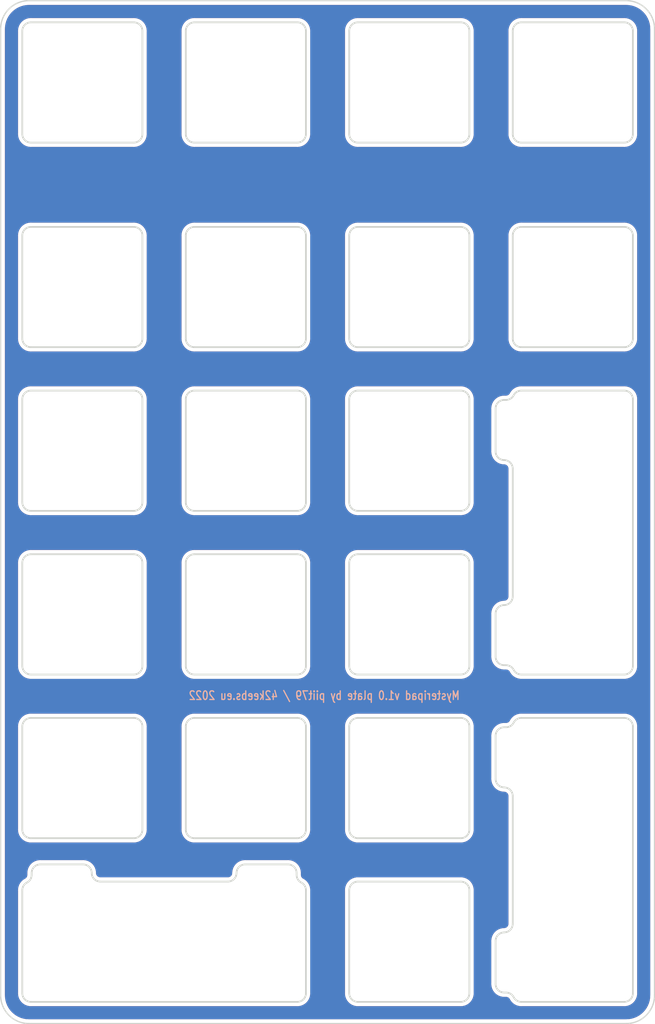
<source format=kicad_pcb>
(kicad_pcb (version 20211014) (generator pcbnew)
  (layers (0 "F.Cu" signal) (31 "B.Cu" signal) (34 "B.Paste" user) (35 "F.Paste" user) (36 "B.SilkS" user "B.Silkscreen") (37 "F.SilkS" user "F.Silkscreen") (38 "B.Mask" user) (39 "F.Mask" user) (44 "Edge.Cuts" user))
  (net 0 "")
  (gr_line (start 124.623507 69.33651) (end 124.623507 57.336504) (layer "Edge.Cuts") (width 0.2))
  (gr_line (start 128.895548 107.350003) (end 128.674993 107.350024) (layer "Edge.Cuts") (width 0.2))
  (gr_line (start 127.674992 115.574007) (end 127.674992 120.57401) (layer "Edge.Cuts") (width 0.2))
  (gr_arc (start 129.785277 75.930503) (mid 129.41684 76.327361) (end 128.895554 76.474003) (layer "Edge.Cuts") (width 0.2))
  (gr_line (start 92.5735 89.386511) (end 104.573506 89.386511) (layer "Edge.Cuts") (width 0.2))
  (gr_arc (start 104.573506 56.336503) (mid 105.280615 56.629395) (end 105.573507 57.336504) (layer "Edge.Cuts") (width 0.2))
  (gr_arc (start 129.6736 33.524797) (mid 129.966495 32.817692) (end 130.673601 32.524796) (layer "Edge.Cuts") (width 0.2))
  (gr_arc (start 73.611979 131.536796) (mid 73.904874 130.829686) (end 74.61198 130.536795) (layer "Edge.Cuts") (width 0.2))
  (gr_arc (start 124.623507 88.38651) (mid 124.330613 89.093617) (end 123.623506 89.386511) (layer "Edge.Cuts") (width 0.2))
  (gr_arc (start 91.573499 76.386504) (mid 91.866394 75.679398) (end 92.5735 75.386503) (layer "Edge.Cuts") (width 0.2))
  (gr_line (start 72.523499 76.386504) (end 72.523499 88.38651) (layer "Edge.Cuts") (width 0.2))
  (gr_line (start 91.573499 57.336504) (end 91.573499 69.33651) (layer "Edge.Cuts") (width 0.2))
  (gr_arc (start 86.523608 45.524803) (mid 86.230714 46.23191) (end 85.523607 46.524804) (layer "Edge.Cuts") (width 0.2))
  (gr_line (start 105.575 145.536803) (end 105.575 133.536803) (layer "Edge.Cuts") (width 0.2))
  (gr_arc (start 129.673499 57.336504) (mid 129.966394 56.629398) (end 130.6735 56.336503) (layer "Edge.Cuts") (width 0.2))
  (gr_line (start 111.6235 146.536511) (end 123.623506 146.536511) (layer "Edge.Cuts") (width 0.2))
  (gr_line (start 130.674994 146.537003) (end 142.675 146.537003) (layer "Edge.Cuts") (width 0.2))
  (gr_arc (start 104.573506 113.486503) (mid 105.280615 113.779395) (end 105.573507 114.486504) (layer "Edge.Cuts") (width 0.2))
  (gr_arc (start 81.611984 132.536797) (mid 80.90486 132.243927) (end 80.611983 131.536796) (layer "Edge.Cuts") (width 0.2))
  (gr_arc (start 111.623601 46.524804) (mid 110.916492 46.231911) (end 110.6236 45.524803) (layer "Edge.Cuts") (width 0.2))
  (gr_arc (start 124.623507 126.48651) (mid 124.330613 127.193617) (end 123.623506 127.486511) (layer "Edge.Cuts") (width 0.2))
  (gr_line (start 111.623601 46.524804) (end 123.623607 46.524804) (layer "Edge.Cuts") (width 0.2))
  (gr_arc (start 123.623607 32.524796) (mid 124.330711 32.817692) (end 124.623608 33.524797) (layer "Edge.Cuts") (width 0.2))
  (gr_arc (start 130.674994 108.437003) (mid 130.153681 108.290407) (end 129.785271 107.893503) (layer "Edge.Cuts") (width 0.2))
  (gr_arc (start 127.674993 77.474007) (mid 127.96787 76.766884) (end 128.674993 76.474007) (layer "Edge.Cuts") (width 0.2))
  (gr_arc (start 105.0315 132.64708) (mid 105.428375 133.015507) (end 105.575 133.536803) (layer "Edge.Cuts") (width 0.2))
  (gr_arc (start 123.623506 75.386503) (mid 124.330615 75.679395) (end 124.623507 76.386504) (layer "Edge.Cuts") (width 0.2))
  (gr_line (start 124.623507 107.43651) (end 124.623507 95.436504) (layer "Edge.Cuts") (width 0.2))
  (gr_arc (start 91.573499 57.336504) (mid 91.866394 56.629398) (end 92.5735 56.336503) (layer "Edge.Cuts") (width 0.2))
  (gr_arc (start 105.573507 107.43651) (mid 105.280613 108.143617) (end 104.573506 108.436511) (layer "Edge.Cuts") (width 0.2))
  (gr_line (start 124.623507 88.38651) (end 124.623507 76.386504) (layer "Edge.Cuts") (width 0.2))
  (gr_arc (start 105.573608 45.524803) (mid 105.280714 46.231911) (end 104.573607 46.524804) (layer "Edge.Cuts") (width 0.2))
  (gr_arc (start 105.0315 132.64708) (mid 104.634642 132.278643) (end 104.488 131.757357) (layer "Edge.Cuts") (width 0.2))
  (gr_arc (start 85.523506 56.336503) (mid 86.230615 56.629395) (end 86.523507 57.336504) (layer "Edge.Cuts") (width 0.2))
  (gr_arc (start 91.5736 33.524797) (mid 91.866495 32.817691) (end 92.573601 32.524796) (layer "Edge.Cuts") (width 0.2))
  (gr_arc (start 85.523607 32.524796) (mid 86.230716 32.817688) (end 86.523608 33.524797) (layer "Edge.Cuts") (width 0.2))
  (gr_line (start 111.6235 108.436511) (end 123.623506 108.436511) (layer "Edge.Cuts") (width 0.2))
  (gr_line (start 79.611983 130.536795) (end 74.61198 130.536795) (layer "Edge.Cuts") (width 0.2))
  (gr_line (start 96.487992 132.536796) (end 81.611984 132.536796) (layer "Edge.Cuts") (width 0.2))
  (gr_line (start 127.674992 139.45002) (end 127.674992 144.450023) (layer "Edge.Cuts") (width 0.2))
  (gr_arc (start 127.674993 101.35002) (mid 127.967906 100.642932) (end 128.674993 100.35002) (layer "Edge.Cuts") (width 0.2))
  (gr_line (start 72.523499 57.336504) (end 72.523499 69.33651) (layer "Edge.Cuts") (width 0.2))
  (gr_arc (start 143.675001 107.437002) (mid 143.38211 108.144115) (end 142.675 108.437003) (layer "Edge.Cuts") (width 0.2))
  (gr_line (start 72.523499 95.436504) (end 72.523499 107.43651) (layer "Edge.Cuts") (width 0.2))
  (gr_line (start 123.623607 32.524796) (end 111.623601 32.524796) (layer "Edge.Cuts") (width 0.2))
  (gr_line (start 104.488 131.757357) (end 104.487996 131.536796) (layer "Edge.Cuts") (width 0.2))
  (gr_arc (start 124.623507 145.53651) (mid 124.330613 146.243617) (end 123.623506 146.536511) (layer "Edge.Cuts") (width 0.2))
  (gr_line (start 110.623499 76.386504) (end 110.623499 88.38651) (layer "Edge.Cuts") (width 0.2))
  (gr_line (start 142.675 75.387003) (end 130.675 75.387003) (layer "Edge.Cuts") (width 0.2))
  (gr_arc (start 123.623506 94.436503) (mid 124.330615 94.729395) (end 124.623507 95.436504) (layer "Edge.Cuts") (width 0.2))
  (gr_line (start 110.623499 133.536504) (end 110.623499 145.53651) (layer "Edge.Cuts") (width 0.2))
  (gr_arc (start 72.523499 57.336504) (mid 72.816394 56.629398) (end 73.5235 56.336503) (layer "Edge.Cuts") (width 0.2))
  (gr_arc (start 111.6235 89.386511) (mid 110.916396 89.093614) (end 110.623499 88.38651) (layer "Edge.Cuts") (width 0.2))
  (gr_arc (start 123.623506 132.536503) (mid 124.330615 132.829395) (end 124.623507 133.536504) (layer "Edge.Cuts") (width 0.2))
  (gr_arc (start 73.3 149.06144) (mid 70.966533 148.094895) (end 70 145.76144) (layer "Edge.Cuts") (width 0.15))
  (gr_line (start 104.573607 32.524796) (end 92.573601 32.524796) (layer "Edge.Cuts") (width 0.2))
  (gr_arc (start 73.612 131.757351) (mid 73.465395 132.278667) (end 73.0685 132.647074) (layer "Edge.Cuts") (width 0.2))
  (gr_line (start 110.623499 95.436504) (end 110.623499 107.43651) (layer "Edge.Cuts") (width 0.2))
  (gr_arc (start 105.575 145.536803) (mid 105.28208 146.243883) (end 104.575 146.536803) (layer "Edge.Cuts") (width 0.2))
  (gr_line (start 124.623507 126.48651) (end 124.623507 114.486504) (layer "Edge.Cuts") (width 0.2))
  (gr_line (start 91.573499 76.386504) (end 91.573499 88.38651) (layer "Edge.Cuts") (width 0.2))
  (gr_line (start 128.895554 114.574003) (end 128.674993 114.574007) (layer "Edge.Cuts") (width 0.2))
  (gr_arc (start 123.623506 113.486503) (mid 124.330615 113.779395) (end 124.623507 114.486504) (layer "Edge.Cuts") (width 0.2))
  (gr_arc (start 127.674993 115.574007) (mid 127.96787 114.866884) (end 128.674993 114.574007) (layer "Edge.Cuts") (width 0.2))
  (gr_line (start 128.895548 145.450003) (end 128.674993 145.450024) (layer "Edge.Cuts") (width 0.2))
  (gr_arc (start 105.573507 88.38651) (mid 105.280613 89.093617) (end 104.573506 89.386511) (layer "Edge.Cuts") (width 0.2))
  (gr_arc (start 128.674993 107.350024) (mid 127.967887 107.05713) (end 127.674992 106.350023) (layer "Edge.Cuts") (width 0.2))
  (gr_line (start 111.6235 89.386511) (end 123.623506 89.386511) (layer "Edge.Cuts") (width 0.2))
  (gr_arc (start 105.573507 69.33651) (mid 105.280613 70.043617) (end 104.573506 70.336511) (layer "Edge.Cuts") (width 0.2))
  (gr_arc (start 128.895548 107.350003) (mid 129.416858 107.496605) (end 129.785271 107.893503) (layer "Edge.Cuts") (width 0.2))
  (gr_arc (start 97.487992 131.536796) (mid 97.780858 130.829661) (end 98.487993 130.536795) (layer "Edge.Cuts") (width 0.2))
  (gr_line (start 142.673607 32.524796) (end 130.673601 32.524796) (layer "Edge.Cuts") (width 0.2))
  (gr_line (start 92.5735 70.336511) (end 104.573506 70.336511) (layer "Edge.Cuts") (width 0.2))
  (gr_arc (start 104.573506 94.436503) (mid 105.280615 94.729395) (end 105.573507 95.436504) (layer "Edge.Cuts") (width 0.2))
  (gr_arc (start 129.785277 114.030503) (mid 129.41684 114.427361) (end 128.895554 114.574003) (layer "Edge.Cuts") (width 0.2))
  (gr_line (start 73.3 149.06144) (end 142.9 149.061) (layer "Edge.Cuts") (width 0.15))
  (gr_arc (start 103.487996 130.536796) (mid 104.195119 130.829673) (end 104.487996 131.536796) (layer "Edge.Cuts") (width 0.2))
  (gr_arc (start 72.523499 76.386504) (mid 72.816394 75.679398) (end 73.5235 75.386503) (layer "Edge.Cuts") (width 0.2))
  (gr_arc (start 128.674993 83.474011) (mid 129.382072 83.766932) (end 129.674993 84.474011) (layer "Edge.Cuts") (width 0.2))
  (gr_arc (start 85.523506 75.386503) (mid 86.230615 75.679395) (end 86.523507 76.386504) (layer "Edge.Cuts") (width 0.2))
  (gr_arc (start 110.623499 133.536504) (mid 110.916394 132.829398) (end 111.6235 132.536503) (layer "Edge.Cuts") (width 0.2))
  (gr_line (start 129.674993 122.574011) (end 129.674993 137.450019) (layer "Edge.Cuts") (width 0.2))
  (gr_arc (start 128.674993 121.574011) (mid 129.382072 121.866932) (end 129.674993 122.574011) (layer "Edge.Cuts") (width 0.2))
  (gr_arc (start 127.674993 139.45002) (mid 127.967906 138.742933) (end 128.674993 138.45002) (layer "Edge.Cuts") (width 0.2))
  (gr_line (start 86.523507 88.38651) (end 86.523507 76.386504) (layer "Edge.Cuts") (width 0.2))
  (gr_line (start 129.674993 84.474011) (end 129.674993 99.350019) (layer "Edge.Cuts") (width 0.2))
  (gr_line (start 146.199942 33.3) (end 146.2 145.761) (layer "Edge.Cuts") (width 0.15))
  (gr_arc (start 85.523506 113.486503) (mid 86.230615 113.779395) (end 86.523507 114.486504) (layer "Edge.Cuts") (width 0.2))
  (gr_arc (start 129.674994 99.350019) (mid 129.38212 100.057146) (end 128.674993 100.35002) (layer "Edge.Cuts") (width 0.2))
  (gr_arc (start 130.6735 70.336511) (mid 129.966396 70.043614) (end 129.673499 69.33651) (layer "Edge.Cuts") (width 0.2))
  (gr_line (start 105.573608 45.524803) (end 105.573608 33.524797) (layer "Edge.Cuts") (width 0.2))
  (gr_line (start 91.573499 114.486504) (end 91.573499 126.48651) (layer "Edge.Cuts") (width 0.2))
  (gr_line (start 73.5235 70.336511) (end 85.523506 70.336511) (layer "Edge.Cuts") (width 0.2))
  (gr_arc (start 86.523507 69.33651) (mid 86.230613 70.043617) (end 85.523506 70.336511) (layer "Edge.Cuts") (width 0.2))
  (gr_line (start 129.673499 57.336504) (end 129.673499 69.33651) (layer "Edge.Cuts") (width 0.2))
  (gr_line (start 72.5236 33.524797) (end 72.5236 45.524803) (layer "Edge.Cuts") (width 0.2))
  (gr_line (start 127.674992 101.35002) (end 127.674992 106.350023) (layer "Edge.Cuts") (width 0.2))
  (gr_arc (start 92.573601 46.524804) (mid 91.866497 46.231907) (end 91.5736 45.524803) (layer "Edge.Cuts") (width 0.2))
  (gr_line (start 142.675 113.487003) (end 130.675 113.487003) (layer "Edge.Cuts") (width 0.2))
  (gr_line (start 111.6235 70.336511) (end 123.623506 70.336511) (layer "Edge.Cuts") (width 0.2))
  (gr_line (start 80.612 131.537003) (end 80.612 131.537003) (layer "Edge.Cuts") (width 0.2))
  (gr_line (start 73.612 131.757351) (end 73.611979 131.536796) (layer "Edge.Cuts") (width 0.2))
  (gr_line (start 91.573499 95.436504) (end 91.573499 107.43651) (layer "Edge.Cuts") (width 0.2))
  (gr_arc (start 124.623507 69.33651) (mid 124.330613 70.043617) (end 123.623506 70.336511) (layer "Edge.Cuts") (width 0.2))
  (gr_line (start 110.6236 33.524797) (end 110.6236 45.524803) (layer "Edge.Cuts") (width 0.2))
  (gr_arc (start 142.899942 30) (mid 145.233394 30.966548) (end 146.199942 33.3) (layer "Edge.Cuts") (width 0.15))
  (gr_arc (start 111.6235 127.486511) (mid 110.916396 127.193614) (end 110.623499 126.48651) (layer "Edge.Cuts") (width 0.2))
  (gr_line (start 143.673608 45.524803) (end 143.673608 33.524797) (layer "Edge.Cuts") (width 0.2))
  (gr_line (start 73.5235 127.486511) (end 85.523506 127.486511) (layer "Edge.Cuts") (width 0.2))
  (gr_arc (start 72.523499 95.436504) (mid 72.816394 94.729398) (end 73.5235 94.436503) (layer "Edge.Cuts") (width 0.2))
  (gr_arc (start 79.611983 130.536796) (mid 80.319074 130.829712) (end 80.611983 131.536796) (layer "Edge.Cuts") (width 0.2))
  (gr_arc (start 143.673608 45.524803) (mid 143.380714 46.231911) (end 142.673607 46.524804) (layer "Edge.Cuts") (width 0.2))
  (gr_line (start 104.573506 75.386503) (end 92.5735 75.386503) (layer "Edge.Cuts") (width 0.2))
  (gr_arc (start 124.623608 45.524803) (mid 124.330714 46.231911) (end 123.623607 46.524804) (layer "Edge.Cuts") (width 0.2))
  (gr_line (start 85.523506 113.486503) (end 73.5235 113.486503) (layer "Edge.Cuts") (width 0.2))
  (gr_line (start 103.487996 130.536795) (end 98.487993 130.536795) (layer "Edge.Cuts") (width 0.2))
  (gr_arc (start 92.5735 108.436511) (mid 91.866396 108.143614) (end 91.573499 107.43651) (layer "Edge.Cuts") (width 0.2))
  (gr_arc (start 85.523506 94.436503) (mid 86.230615 94.729395) (end 86.523507 95.436504) (layer "Edge.Cuts") (width 0.2))
  (gr_arc (start 73.5235 127.486511) (mid 72.816396 127.193614) (end 72.523499 126.48651) (layer "Edge.Cuts") (width 0.2))
  (gr_arc (start 73.525001 146.536804) (mid 72.817893 146.243911) (end 72.525 145.536803) (layer "Edge.Cuts") (width 0.2))
  (gr_line (start 70 33.3) (end 70 145.76144) (layer "Edge.Cuts") (width 0.15))
  (gr_line (start 73.5235 89.386511) (end 85.523506 89.386511) (layer "Edge.Cuts") (width 0.2))
  (gr_line (start 143.675001 107.432018) (end 143.675001 76.382012) (layer "Edge.Cuts") (width 0.2))
  (gr_line (start 105.573507 69.33651) (end 105.573507 57.336504) (layer "Edge.Cuts") (width 0.2))
  (gr_arc (start 86.523507 88.38651) (mid 86.230613 89.093617) (end 85.523506 89.386511) (layer "Edge.Cuts") (width 0.2))
  (gr_arc (start 105.573507 126.48651) (mid 105.280613 127.193617) (end 104.573506 127.486511) (layer "Edge.Cuts") (width 0.2))
  (gr_arc (start 128.895548 145.450003) (mid 129.416858 145.596605) (end 129.785271 145.993503) (layer "Edge.Cuts") (width 0.2))
  (gr_line (start 86.523608 45.524803) (end 86.523608 33.524797) (layer "Edge.Cuts") (width 0.2))
  (gr_line (start 130.674994 108.437003) (end 142.675 108.437003) (layer "Edge.Cuts") (width 0.2))
  (gr_line (start 92.5735 127.486511) (end 104.573506 127.486511) (layer "Edge.Cuts") (width 0.2))
  (gr_line (start 123.623506 113.486503) (end 111.6235 113.486503) (layer "Edge.Cuts") (width 0.2))
  (gr_line (start 92.5735 108.436511) (end 104.573506 108.436511) (layer "Edge.Cuts") (width 0.2))
  (gr_line (start 123.623506 56.336503) (end 111.6235 56.336503) (layer "Edge.Cuts") (width 0.2))
  (gr_arc (start 70 33.3) (mid 70.966548 30.966548) (end 73.3 30) (layer "Edge.Cuts") (width 0.15))
  (gr_arc (start 111.6235 70.336511) (mid 110.916396 70.043614) (end 110.623499 69.33651) (layer "Edge.Cuts") (width 0.2))
  (gr_arc (start 110.623499 57.336504) (mid 110.916394 56.629398) (end 111.6235 56.336503) (layer "Edge.Cuts") (width 0.2))
  (gr_arc (start 104.573607 32.524796) (mid 105.280711 32.817692) (end 105.573608 33.524797) (layer "Edge.Cuts") (width 0.2))
  (gr_line (start 85.523506 94.436503) (end 73.5235 94.436503) (layer "Edge.Cuts") (width 0.2))
  (gr_arc (start 124.623507 107.43651) (mid 124.330613 108.143617) (end 123.623506 108.436511) (layer "Edge.Cuts") (width 0.2))
  (gr_line (start 73.5235 108.436511) (end 85.523506 108.436511) (layer "Edge.Cuts") (width 0.2))
  (gr_line (start 73.529985 146.536804) (end 104.579991 146.536804) (layer "Edge.Cuts") (width 0.2))
  (gr_arc (start 72.523499 114.486504) (mid 72.816394 113.779398) (end 73.5235 113.486503) (layer "Edge.Cuts") (width 0.2))
  (gr_arc (start 110.623499 76.386504) (mid 110.916394 75.679398) (end 111.6235 75.386503) (layer "Edge.Cuts") (width 0.2))
  (gr_arc (start 86.523507 126.48651) (mid 86.230613 127.193617) (end 85.523506 127.486511) (layer "Edge.Cuts") (width 0.2))
  (gr_line (start 123.623506 75.386503) (end 111.6235 75.386503) (layer "Edge.Cuts") (width 0.2))
  (gr_line (start 143.675001 145.532018) (end 143.675001 114.482012) (layer "Edge.Cuts") (width 0.2))
  (gr_arc (start 129.785277 75.930503) (mid 130.153705 75.533632) (end 130.675 75.387003) (layer "Edge.Cuts") (width 0.2))
  (gr_line (start 85.523607 32.524796) (end 73.523601 32.524796) (layer "Edge.Cuts") (width 0.2))
  (gr_line (start 127.674992 77.474007) (end 127.674992 82.47401) (layer "Edge.Cuts") (width 0.2))
  (gr_arc (start 128.674993 83.474011) (mid 127.967858 83.181145) (end 127.674992 82.47401) (layer "Edge.Cuts") (width 0.2))
  (gr_line (start 86.523507 69.33651) (end 86.523507 57.336504) (layer "Edge.Cuts") (width 0.2))
  (gr_arc (start 73.523601 46.524804) (mid 72.816497 46.231907) (end 72.5236 45.524803) (layer "Edge.Cuts") (width 0.2))
  (gr_arc (start 97.487992 131.536796) (mid 97.195071 132.243875) (end 96.487992 132.536796) (layer "Edge.Cuts") (width 0.2))
  (gr_line (start 73.523601 46.524804) (end 85.523607 46.524804) (layer "Edge.Cuts") (width 0.2))
  (gr_arc (start 92.5735 70.336511) (mid 91.866396 70.043614) (end 91.573499 69.33651) (layer "Edge.Cuts") (width 0.2))
  (gr_line (start 111.6235 127.486511) (end 123.623506 127.486511) (layer "Edge.Cuts") (width 0.2))
  (gr_line (start 72.525 133.536797) (end 72.525 145.536803) (layer "Edge.Cuts") (width 0.2))
  (gr_line (start 124.623507 145.53651) (end 124.623507 133.536504) (layer "Edge.Cuts") (width 0.2))
  (gr_line (start 105.573507 88.38651) (end 105.573507 76.386504) (layer "Edge.Cuts") (width 0.2))
  (gr_arc (start 142.673607 32.524796) (mid 143.380711 32.817692) (end 143.673608 33.524797) (layer "Edge.Cuts") (width 0.2))
  (gr_arc (start 110.623499 95.436504) (mid 110.916394 94.729398) (end 111.6235 94.436503) (layer "Edge.Cuts") (width 0.2))
  (gr_line (start 123.623506 132.536503) (end 111.6235 132.536503) (layer "Edge.Cuts") (width 0.2))
  (gr_arc (start 73.5235 70.336511) (mid 72.816396 70.043614) (end 72.523499 69.33651) (layer "Edge.Cuts") (width 0.2))
  (gr_arc (start 142.675 113.487003) (mid 143.38208 113.779923) (end 143.675 114.487003) (layer "Edge.Cuts") (width 0.2))
  (gr_arc (start 91.573499 114.486504) (mid 91.866394 113.779398) (end 92.5735 113.486503) (layer "Edge.Cuts") (width 0.2))
  (gr_line (start 105.573507 126.48651) (end 105.573507 114.486504) (layer "Edge.Cuts") (width 0.2))
  (gr_arc (start 72.5236 33.524797) (mid 72.816495 32.817691) (end 73.523601 32.524796) (layer "Edge.Cuts") (width 0.2))
  (gr_line (start 86.523507 107.43651) (end 86.523507 95.436504) (layer "Edge.Cuts") (width 0.2))
  (gr_line (start 97.488 131.537003) (end 97.488 131.537003) (layer "Edge.Cuts") (width 0.2))
  (gr_arc (start 142.675 75.387003) (mid 143.382074 75.679928) (end 143.675 76.387003) (layer "Edge.Cuts") (width 0.2))
  (gr_line (start 124.623608 45.524803) (end 124.623608 33.524797) (layer "Edge.Cuts") (width 0.2))
  (gr_arc (start 86.523507 107.43651) (mid 86.230613 108.143617) (end 85.523506 108.436511) (layer "Edge.Cuts") (width 0.2))
  (gr_arc (start 130.674994 146.537003) (mid 130.15368 146.390408) (end 129.785271 145.993503) (layer "Edge.Cuts") (width 0.2))
  (gr_line (start 123.623506 94.436503) (end 111.6235 94.436503) (layer "Edge.Cuts") (width 0.2))
  (gr_line (start 110.623499 114.486504) (end 110.623499 126.48651) (layer "Edge.Cuts") (width 0.2))
  (gr_line (start 72.523499 114.486504) (end 72.523499 126.48651) (layer "Edge.Cuts") (width 0.2))
  (gr_line (start 86.523507 126.48651) (end 86.523507 114.486504) (layer "Edge.Cuts") (width 0.2))
  (gr_line (start 110.623499 57.336504) (end 110.623499 69.33651) (layer "Edge.Cuts") (width 0.2))
  (gr_arc (start 128.674993 145.450024) (mid 127.967885 145.157131) (end 127.674992 144.450023) (layer "Edge.Cuts") (width 0.2))
  (gr_line (start 129.6736 33.524797) (end 129.6736 45.524803) (layer "Edge.Cuts") (width 0.2))
  (gr_arc (start 92.5735 127.486511) (mid 91.866396 127.193614) (end 91.573499 126.48651) (layer "Edge.Cuts") (width 0.2))
  (gr_arc (start 73.5235 89.386511) (mid 72.816396 89.093614) (end 72.523499 88.38651) (layer "Edge.Cuts") (width 0.2))
  (gr_line (start 92.573601 46.524804) (end 104.573607 46.524804) (layer "Edge.Cuts") (width 0.2))
  (gr_arc (start 142.673506 56.336503) (mid 143.380615 56.629395) (end 143.673507 57.336504) (layer "Edge.Cuts") (width 0.2))
  (gr_line (start 128.895554 76.474003) (end 128.674993 76.474007) (layer "Edge.Cuts") (width 0.2))
  (gr_line (start 142.673506 56.336503) (end 130.6735 56.336503) (layer "Edge.Cuts") (width 0.2))
  (gr_arc (start 73.5235 108.436511) (mid 72.816396 108.143614) (end 72.523499 107.43651) (layer "Edge.Cuts") (width 0.2))
  (gr_line (start 130.673601 46.524804) (end 142.673607 46.524804) (layer "Edge.Cuts") (width 0.2))
  (gr_line (start 104.573506 113.486503) (end 92.5735 113.486503) (layer "Edge.Cuts") (width 0.2))
  (gr_arc (start 104.573506 75.386503) (mid 105.280615 75.679395) (end 105.573507 76.386504) (layer "Edge.Cuts") (width 0.2))
  (gr_arc (start 111.6235 146.536511) (mid 110.916396 146.243614) (end 110.623499 145.53651) (layer "Edge.Cuts") (width 0.2))
  (gr_line (start 85.523506 56.336503) (end 73.5235 56.336503) (layer "Edge.Cuts") (width 0.2))
  (gr_arc (start 110.623499 114.486504) (mid 110.916394 113.779398) (end 111.6235 113.486503) (layer "Edge.Cuts") (width 0.2))
  (gr_line (start 91.5736 33.524797) (end 91.5736 45.524803) (layer "Edge.Cuts") (width 0.2))
  (gr_line (start 130.6735 70.336511) (end 142.673506 70.336511) (layer "Edge.Cuts") (width 0.2))
  (gr_arc (start 110.6236 33.524797) (mid 110.916495 32.817692) (end 111.623601 32.524796) (layer "Edge.Cuts") (width 0.2))
  (gr_arc (start 128.674993 121.574011) (mid 127.967858 121.281145) (end 127.674992 120.57401) (layer "Edge.Cuts") (width 0.2))
  (gr_arc (start 146.2 145.761) (mid 145.233452 148.094452) (end 142.9 149.061) (layer "Edge.Cuts") (width 0.15))
  (gr_arc (start 92.5735 89.386511) (mid 91.866396 89.093614) (end 91.573499 88.38651) (layer "Edge.Cuts") (width 0.2))
  (gr_arc (start 123.623506 56.336503) (mid 124.330615 56.629395) (end 124.623507 57.336504) (layer "Edge.Cuts") (width 0.2))
  (gr_arc (start 143.675001 145.537002) (mid 143.382108 146.24411) (end 142.675 146.537003) (layer "Edge.Cuts") (width 0.2))
  (gr_arc (start 129.674994 137.450019) (mid 129.38212 138.157146) (end 128.674993 138.45002) (layer "Edge.Cuts") (width 0.2))
  (gr_line (start 143.673507 69.33651) (end 143.673507 57.336504) (layer "Edge.Cuts") (width 0.2))
  (gr_line (start 105.573507 107.43651) (end 105.573507 95.436504) (layer "Edge.Cuts") (width 0.2))
  (gr_arc (start 72.525 133.536797) (mid 72.671597 133.015479) (end 73.0685 132.647074) (layer "Edge.Cuts") (width 0.2))
  (gr_line (start 85.523506 75.386503) (end 73.5235 75.386503) (layer "Edge.Cuts") (width 0.2))
  (gr_arc (start 111.6235 108.436511) (mid 110.916396 108.143614) (end 110.623499 107.43651) (layer "Edge.Cuts") (width 0.2))
  (gr_arc (start 143.673507 69.33651) (mid 143.380613 70.043617) (end 142.673506 70.336511) (layer "Edge.Cuts") (width 0.2))
  (gr_arc (start 129.785277 114.030503) (mid 130.153704 113.633628) (end 130.675 113.487003) (layer "Edge.Cuts") (width 0.2))
  (gr_arc (start 130.673601 46.524804) (mid 129.966492 46.231911) (end 129.6736 45.524803) (layer "Edge.Cuts") (width 0.2))
  (gr_arc (start 91.573499 95.436504) (mid 91.866394 94.729398) (end 92.5735 94.436503) (layer "Edge.Cuts") (width 0.2))
  (gr_line (start 142.9 30) (end 73.3 30) (layer "Edge.Cuts") (width 0.15))
  (gr_line (start 104.573506 94.436503) (end 92.5735 94.436503) (layer "Edge.Cuts") (width 0.2))
  (gr_line (start 104.573506 56.336503) (end 92.5735 56.336503) (layer "Edge.Cuts") (width 0.2))
  (gr_text "Mysteripad v1.0 plate by piit79 / 42keebs.eu 2022" (at 107.7065 110.883003) (layer "B.SilkS") (effects (font (size 1 0.8)) (justify mirror)))
  (zone (net 0) (net_name "") (layers F&B.Cu) (connect_pads (clearance 0.5)) (min_thickness 0.254) (fill yes (thermal_gap 0.508) (thermal_bridge_width 0.508))
    (polygon (pts (xy 146.2 149.0444) (xy 70 149.0444) (xy 70 30.001) (xy 146.2 30.001)))
  )
)
</source>
